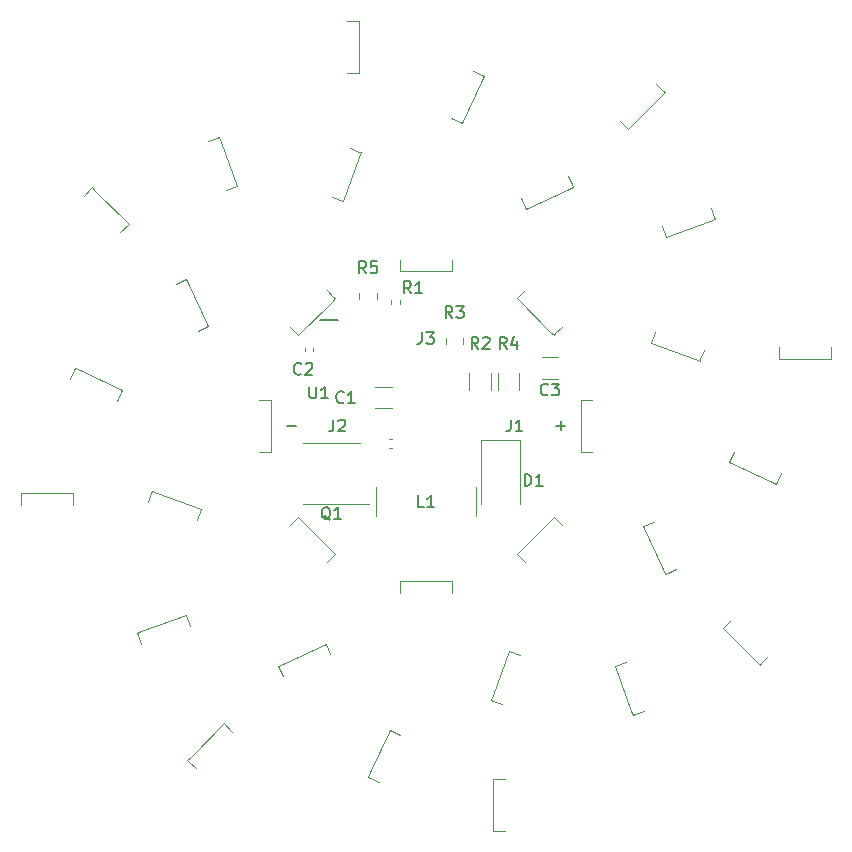
<source format=gbr>
%TF.GenerationSoftware,KiCad,Pcbnew,(6.0.8)*%
%TF.CreationDate,2022-10-21T01:17:33+13:00*%
%TF.ProjectId,Seedling,53656564-6c69-46e6-972e-6b696361645f,rev?*%
%TF.SameCoordinates,Original*%
%TF.FileFunction,Legend,Top*%
%TF.FilePolarity,Positive*%
%FSLAX46Y46*%
G04 Gerber Fmt 4.6, Leading zero omitted, Abs format (unit mm)*
G04 Created by KiCad (PCBNEW (6.0.8)) date 2022-10-21 01:17:33*
%MOMM*%
%LPD*%
G01*
G04 APERTURE LIST*
%ADD10C,0.150000*%
%ADD11C,0.120000*%
%ADD12C,0.200000*%
G04 APERTURE END LIST*
D10*
X-11780952Y28571D02*
X-11019047Y28571D01*
X11019047Y28571D02*
X11780952Y28571D01*
X11400000Y-352380D02*
X11400000Y409523D01*
%TO.C,R3*%
X2233333Y9147619D02*
X1900000Y9623809D01*
X1661904Y9147619D02*
X1661904Y10147619D01*
X2042857Y10147619D01*
X2138095Y10100000D01*
X2185714Y10052380D01*
X2233333Y9957142D01*
X2233333Y9814285D01*
X2185714Y9719047D01*
X2138095Y9671428D01*
X2042857Y9623809D01*
X1661904Y9623809D01*
X2566666Y10147619D02*
X3185714Y10147619D01*
X2852380Y9766666D01*
X2995238Y9766666D01*
X3090476Y9719047D01*
X3138095Y9671428D01*
X3185714Y9576190D01*
X3185714Y9338095D01*
X3138095Y9242857D01*
X3090476Y9195238D01*
X2995238Y9147619D01*
X2709523Y9147619D01*
X2614285Y9195238D01*
X2566666Y9242857D01*
%TO.C,C1*%
X-6966666Y2042857D02*
X-7014285Y1995238D01*
X-7157142Y1947619D01*
X-7252380Y1947619D01*
X-7395238Y1995238D01*
X-7490476Y2090476D01*
X-7538095Y2185714D01*
X-7585714Y2376190D01*
X-7585714Y2519047D01*
X-7538095Y2709523D01*
X-7490476Y2804761D01*
X-7395238Y2900000D01*
X-7252380Y2947619D01*
X-7157142Y2947619D01*
X-7014285Y2900000D01*
X-6966666Y2852380D01*
X-6014285Y1947619D02*
X-6585714Y1947619D01*
X-6300000Y1947619D02*
X-6300000Y2947619D01*
X-6395238Y2804761D01*
X-6490476Y2709523D01*
X-6585714Y2661904D01*
%TO.C,J2*%
X-7833333Y547619D02*
X-7833333Y-166666D01*
X-7880952Y-309523D01*
X-7976190Y-404761D01*
X-8119047Y-452380D01*
X-8214285Y-452380D01*
X-7404761Y452380D02*
X-7357142Y500000D01*
X-7261904Y547619D01*
X-7023809Y547619D01*
X-6928571Y500000D01*
X-6880952Y452380D01*
X-6833333Y357142D01*
X-6833333Y261904D01*
X-6880952Y119047D01*
X-7452380Y-452380D01*
X-6833333Y-452380D01*
%TO.C,L1*%
X-166666Y-6852380D02*
X-642857Y-6852380D01*
X-642857Y-5852380D01*
X690476Y-6852380D02*
X119047Y-6852380D01*
X404761Y-6852380D02*
X404761Y-5852380D01*
X309523Y-5995238D01*
X214285Y-6090476D01*
X119047Y-6138095D01*
%TO.C,R2*%
X4433333Y6547619D02*
X4100000Y7023809D01*
X3861904Y6547619D02*
X3861904Y7547619D01*
X4242857Y7547619D01*
X4338095Y7500000D01*
X4385714Y7452380D01*
X4433333Y7357142D01*
X4433333Y7214285D01*
X4385714Y7119047D01*
X4338095Y7071428D01*
X4242857Y7023809D01*
X3861904Y7023809D01*
X4814285Y7452380D02*
X4861904Y7500000D01*
X4957142Y7547619D01*
X5195238Y7547619D01*
X5290476Y7500000D01*
X5338095Y7452380D01*
X5385714Y7357142D01*
X5385714Y7261904D01*
X5338095Y7119047D01*
X4766666Y6547619D01*
X5385714Y6547619D01*
%TO.C,C2*%
X-10566666Y4442857D02*
X-10614285Y4395238D01*
X-10757142Y4347619D01*
X-10852380Y4347619D01*
X-10995238Y4395238D01*
X-11090476Y4490476D01*
X-11138095Y4585714D01*
X-11185714Y4776190D01*
X-11185714Y4919047D01*
X-11138095Y5109523D01*
X-11090476Y5204761D01*
X-10995238Y5300000D01*
X-10852380Y5347619D01*
X-10757142Y5347619D01*
X-10614285Y5300000D01*
X-10566666Y5252380D01*
X-10185714Y5252380D02*
X-10138095Y5300000D01*
X-10042857Y5347619D01*
X-9804761Y5347619D01*
X-9709523Y5300000D01*
X-9661904Y5252380D01*
X-9614285Y5157142D01*
X-9614285Y5061904D01*
X-9661904Y4919047D01*
X-10233333Y4347619D01*
X-9614285Y4347619D01*
%TO.C,J1*%
X7166666Y547619D02*
X7166666Y-166666D01*
X7119047Y-309523D01*
X7023809Y-404761D01*
X6880952Y-452380D01*
X6785714Y-452380D01*
X8166666Y-452380D02*
X7595238Y-452380D01*
X7880952Y-452380D02*
X7880952Y547619D01*
X7785714Y404761D01*
X7690476Y309523D01*
X7595238Y261904D01*
%TO.C,J3*%
X-333333Y7947619D02*
X-333333Y7233333D01*
X-380952Y7090476D01*
X-476190Y6995238D01*
X-619047Y6947619D01*
X-714285Y6947619D01*
X47619Y7947619D02*
X666666Y7947619D01*
X333333Y7566666D01*
X476190Y7566666D01*
X571428Y7519047D01*
X619047Y7471428D01*
X666666Y7376190D01*
X666666Y7138095D01*
X619047Y7042857D01*
X571428Y6995238D01*
X476190Y6947619D01*
X190476Y6947619D01*
X95238Y6995238D01*
X47619Y7042857D01*
%TO.C,U1*%
X-9861904Y3347619D02*
X-9861904Y2538095D01*
X-9814285Y2442857D01*
X-9766666Y2395238D01*
X-9671428Y2347619D01*
X-9480952Y2347619D01*
X-9385714Y2395238D01*
X-9338095Y2442857D01*
X-9290476Y2538095D01*
X-9290476Y3347619D01*
X-8290476Y2347619D02*
X-8861904Y2347619D01*
X-8576190Y2347619D02*
X-8576190Y3347619D01*
X-8671428Y3204761D01*
X-8766666Y3109523D01*
X-8861904Y3061904D01*
%TO.C,R1*%
X-1266666Y11247619D02*
X-1600000Y11723809D01*
X-1838095Y11247619D02*
X-1838095Y12247619D01*
X-1457142Y12247619D01*
X-1361904Y12200000D01*
X-1314285Y12152380D01*
X-1266666Y12057142D01*
X-1266666Y11914285D01*
X-1314285Y11819047D01*
X-1361904Y11771428D01*
X-1457142Y11723809D01*
X-1838095Y11723809D01*
X-314285Y11247619D02*
X-885714Y11247619D01*
X-600000Y11247619D02*
X-600000Y12247619D01*
X-695238Y12104761D01*
X-790476Y12009523D01*
X-885714Y11961904D01*
%TO.C,R5*%
X-5066666Y12947619D02*
X-5400000Y13423809D01*
X-5638095Y12947619D02*
X-5638095Y13947619D01*
X-5257142Y13947619D01*
X-5161904Y13900000D01*
X-5114285Y13852380D01*
X-5066666Y13757142D01*
X-5066666Y13614285D01*
X-5114285Y13519047D01*
X-5161904Y13471428D01*
X-5257142Y13423809D01*
X-5638095Y13423809D01*
X-4161904Y13947619D02*
X-4638095Y13947619D01*
X-4685714Y13471428D01*
X-4638095Y13519047D01*
X-4542857Y13566666D01*
X-4304761Y13566666D01*
X-4209523Y13519047D01*
X-4161904Y13471428D01*
X-4114285Y13376190D01*
X-4114285Y13138095D01*
X-4161904Y13042857D01*
X-4209523Y12995238D01*
X-4304761Y12947619D01*
X-4542857Y12947619D01*
X-4638095Y12995238D01*
X-4685714Y13042857D01*
%TO.C,C3*%
X10333333Y2692857D02*
X10285714Y2645238D01*
X10142857Y2597619D01*
X10047619Y2597619D01*
X9904761Y2645238D01*
X9809523Y2740476D01*
X9761904Y2835714D01*
X9714285Y3026190D01*
X9714285Y3169047D01*
X9761904Y3359523D01*
X9809523Y3454761D01*
X9904761Y3550000D01*
X10047619Y3597619D01*
X10142857Y3597619D01*
X10285714Y3550000D01*
X10333333Y3502380D01*
X10666666Y3597619D02*
X11285714Y3597619D01*
X10952380Y3216666D01*
X11095238Y3216666D01*
X11190476Y3169047D01*
X11238095Y3121428D01*
X11285714Y3026190D01*
X11285714Y2788095D01*
X11238095Y2692857D01*
X11190476Y2645238D01*
X11095238Y2597619D01*
X10809523Y2597619D01*
X10714285Y2645238D01*
X10666666Y2692857D01*
%TO.C,R4*%
X6833333Y6547619D02*
X6500000Y7023809D01*
X6261904Y6547619D02*
X6261904Y7547619D01*
X6642857Y7547619D01*
X6738095Y7500000D01*
X6785714Y7452380D01*
X6833333Y7357142D01*
X6833333Y7214285D01*
X6785714Y7119047D01*
X6738095Y7071428D01*
X6642857Y7023809D01*
X6261904Y7023809D01*
X7690476Y7214285D02*
X7690476Y6547619D01*
X7452380Y7595238D02*
X7214285Y6880952D01*
X7833333Y6880952D01*
%TO.C,D1*%
X8361904Y-5052380D02*
X8361904Y-4052380D01*
X8600000Y-4052380D01*
X8742857Y-4100000D01*
X8838095Y-4195238D01*
X8885714Y-4290476D01*
X8933333Y-4480952D01*
X8933333Y-4623809D01*
X8885714Y-4814285D01*
X8838095Y-4909523D01*
X8742857Y-5004761D01*
X8600000Y-5052380D01*
X8361904Y-5052380D01*
X9885714Y-5052380D02*
X9314285Y-5052380D01*
X9600000Y-5052380D02*
X9600000Y-4052380D01*
X9504761Y-4195238D01*
X9409523Y-4290476D01*
X9314285Y-4338095D01*
%TO.C,Q1*%
X-8095238Y-7947619D02*
X-8190476Y-7900000D01*
X-8285714Y-7804761D01*
X-8428571Y-7661904D01*
X-8523809Y-7614285D01*
X-8619047Y-7614285D01*
X-8571428Y-7852380D02*
X-8666666Y-7804761D01*
X-8761904Y-7709523D01*
X-8809523Y-7519047D01*
X-8809523Y-7185714D01*
X-8761904Y-6995238D01*
X-8666666Y-6900000D01*
X-8571428Y-6852380D01*
X-8380952Y-6852380D01*
X-8285714Y-6900000D01*
X-8190476Y-6995238D01*
X-8142857Y-7185714D01*
X-8142857Y-7519047D01*
X-8190476Y-7709523D01*
X-8285714Y-7804761D01*
X-8380952Y-7852380D01*
X-8571428Y-7852380D01*
X-7190476Y-7852380D02*
X-7761904Y-7852380D01*
X-7476190Y-7852380D02*
X-7476190Y-6852380D01*
X-7571428Y-6995238D01*
X-7666666Y-7090476D01*
X-7761904Y-7138095D01*
D11*
%TO.C,R3*%
X1665000Y6972936D02*
X1665000Y7427064D01*
X3135000Y6972936D02*
X3135000Y7427064D01*
%TO.C,C1*%
X-2888748Y1490000D02*
X-4311252Y1490000D01*
X-2888748Y3310000D02*
X-4311252Y3310000D01*
%TO.C,D3*%
X5505606Y-23166754D02*
X5693544Y-23235159D01*
X5642414Y-22790877D02*
X5505606Y-23166754D01*
X5642414Y-22790877D02*
X7010494Y-19032107D01*
X7010494Y-19032107D02*
X7950187Y-19374127D01*
X5693544Y-23235159D02*
X6445298Y-23508775D01*
%TO.C,D22*%
X-10818733Y7707463D02*
X-11525840Y8414570D01*
X-7707463Y10818733D02*
X-7848885Y10960154D01*
X-7848885Y10960154D02*
X-8414570Y11525840D01*
X-7990306Y10535890D02*
X-10818733Y7707463D01*
X-7990306Y10535890D02*
X-7707463Y10818733D01*
%TO.C,D8*%
X29319646Y-4749543D02*
X25694415Y-3059070D01*
X29682169Y-4918590D02*
X29766693Y-4737328D01*
X29766693Y-4737328D02*
X30104788Y-4012282D01*
X29319646Y-4749543D02*
X29682169Y-4918590D01*
X25694415Y-3059070D02*
X26117033Y-2152762D01*
%TO.C,D17*%
X-5699927Y33882478D02*
X-5699927Y29882478D01*
X-5899927Y34282478D02*
X-6699927Y34282478D01*
X-5699927Y34282478D02*
X-5899927Y34282478D01*
X-5699927Y29882478D02*
X-6699927Y29882478D01*
X-5699927Y33882478D02*
X-5699927Y34282478D01*
%TO.C,D16*%
X4737328Y29766693D02*
X4012282Y30104788D01*
X4749543Y29319646D02*
X4918590Y29682169D01*
X4918590Y29682169D02*
X4737328Y29766693D01*
X3059070Y25694415D02*
X2152762Y26117033D01*
X4749543Y29319646D02*
X3059070Y25694415D01*
%TO.C,D13*%
X20210916Y28271830D02*
X20069494Y28413251D01*
X19928073Y27988987D02*
X20210916Y28271830D01*
X19928073Y27988987D02*
X17099646Y25160560D01*
X20069494Y28413251D02*
X19503809Y28978937D01*
X17099646Y25160560D02*
X16392539Y25867667D01*
%TO.C,L1*%
X-4200000Y-5150000D02*
X-4200000Y-7650000D01*
X4200000Y-7650000D02*
X4200000Y-5150000D01*
%TO.C,D4*%
X17510494Y-24466431D02*
X17698433Y-24398027D01*
X17698433Y-24398027D02*
X18450187Y-24124411D01*
X16005606Y-20331784D02*
X16945298Y-19989763D01*
X17373686Y-24090554D02*
X17510494Y-24466431D01*
X17373686Y-24090554D02*
X16005606Y-20331784D01*
%TO.C,D19*%
X-7010494Y19032107D02*
X-7950187Y19374127D01*
X-5693544Y23235159D02*
X-6445298Y23508775D01*
X-5642414Y22790877D02*
X-7010494Y19032107D01*
X-5505606Y23166754D02*
X-5693544Y23235159D01*
X-5642414Y22790877D02*
X-5505606Y23166754D01*
%TO.C,D15*%
X8500564Y18414901D02*
X8077945Y19321209D01*
X12125795Y20105374D02*
X8500564Y18414901D01*
X12488318Y20274421D02*
X12403794Y20455683D01*
X12125795Y20105374D02*
X12488318Y20274421D01*
X12403794Y20455683D02*
X12065700Y21180729D01*
%TO.C,R2*%
X5510000Y3072936D02*
X5510000Y4527064D01*
X3690000Y3072936D02*
X3690000Y4527064D01*
%TO.C,D26*%
X-13100000Y2200000D02*
X-13300000Y2200000D01*
X-13100000Y1800000D02*
X-13100000Y2200000D01*
X-13100000Y1800000D02*
X-13100000Y-2200000D01*
X-13100000Y-2200000D02*
X-14100000Y-2200000D01*
X-13300000Y2200000D02*
X-14100000Y2200000D01*
%TO.C,D33*%
X5699927Y-29882478D02*
X6699927Y-29882478D01*
X5899927Y-34282478D02*
X6699927Y-34282478D01*
X5699927Y-33882478D02*
X5699927Y-34282478D01*
X5699927Y-34282478D02*
X5899927Y-34282478D01*
X5699927Y-33882478D02*
X5699927Y-29882478D01*
%TO.C,D23*%
X-20105374Y12125795D02*
X-18414901Y8500564D01*
X-20105374Y12125795D02*
X-20274421Y12488318D01*
X-18414901Y8500564D02*
X-19321209Y8077945D01*
X-20455683Y12403794D02*
X-21180729Y12065700D01*
X-20274421Y12488318D02*
X-20455683Y12403794D01*
%TO.C,C2*%
X-9540000Y6607836D02*
X-9540000Y6392164D01*
X-10260000Y6607836D02*
X-10260000Y6392164D01*
%TO.C,D20*%
X-16005606Y20331784D02*
X-16945298Y19989763D01*
X-17698433Y24398027D02*
X-18450187Y24124411D01*
X-17373686Y24090554D02*
X-16005606Y20331784D01*
X-17510494Y24466431D02*
X-17698433Y24398027D01*
X-17373686Y24090554D02*
X-17510494Y24466431D01*
%TO.C,R6*%
X-3153641Y-1120000D02*
X-2846359Y-1120000D01*
X-3153641Y-1880000D02*
X-2846359Y-1880000D01*
%TO.C,D9*%
X29882478Y5699927D02*
X29882478Y6699927D01*
X34282478Y5899927D02*
X34282478Y6699927D01*
X34282478Y5699927D02*
X34282478Y5899927D01*
X33882478Y5699927D02*
X29882478Y5699927D01*
X33882478Y5699927D02*
X34282478Y5699927D01*
%TO.C,D27*%
X-22790877Y-5642414D02*
X-19032107Y-7010494D01*
X-23235159Y-5693544D02*
X-23508775Y-6445298D01*
X-22790877Y-5642414D02*
X-23166754Y-5505606D01*
X-19032107Y-7010494D02*
X-19374127Y-7950187D01*
X-23166754Y-5505606D02*
X-23235159Y-5693544D01*
%TO.C,D21*%
X-27988987Y19928073D02*
X-25160560Y17099646D01*
X-28271830Y20210916D02*
X-28413251Y20069494D01*
X-25160560Y17099646D02*
X-25867667Y16392539D01*
X-27988987Y19928073D02*
X-28271830Y20210916D01*
X-28413251Y20069494D02*
X-28978937Y19503809D01*
%TO.C,D7*%
X20455683Y-12403794D02*
X21180729Y-12065700D01*
X18414901Y-8500564D02*
X19321209Y-8077945D01*
X20274421Y-12488318D02*
X20455683Y-12403794D01*
X20105374Y-12125795D02*
X20274421Y-12488318D01*
X20105374Y-12125795D02*
X18414901Y-8500564D01*
%TO.C,D12*%
X24398027Y17698433D02*
X24124411Y18450187D01*
X20331784Y16005606D02*
X19989763Y16945298D01*
X24466431Y17510494D02*
X24398027Y17698433D01*
X24090554Y17373686D02*
X24466431Y17510494D01*
X24090554Y17373686D02*
X20331784Y16005606D01*
%TO.C,D28*%
X-24090554Y-17373686D02*
X-24466431Y-17510494D01*
X-24398027Y-17698433D02*
X-24124411Y-18450187D01*
X-20331784Y-16005606D02*
X-19989763Y-16945298D01*
X-24466431Y-17510494D02*
X-24398027Y-17698433D01*
X-24090554Y-17373686D02*
X-20331784Y-16005606D01*
D12*
%TO.C,U1*%
X-8975000Y8980000D02*
X-7450000Y8980000D01*
D11*
%TO.C,D31*%
X-12488318Y-20274421D02*
X-12403794Y-20455683D01*
X-8500564Y-18414901D02*
X-8077945Y-19321209D01*
X-12403794Y-20455683D02*
X-12065700Y-21180729D01*
X-12125795Y-20105374D02*
X-12488318Y-20274421D01*
X-12125795Y-20105374D02*
X-8500564Y-18414901D01*
%TO.C,D25*%
X-34282478Y-5699927D02*
X-34282478Y-5899927D01*
X-33882478Y-5699927D02*
X-34282478Y-5699927D01*
X-29882478Y-5699927D02*
X-29882478Y-6699927D01*
X-34282478Y-5899927D02*
X-34282478Y-6699927D01*
X-33882478Y-5699927D02*
X-29882478Y-5699927D01*
%TO.C,D10*%
X13100000Y-2200000D02*
X13300000Y-2200000D01*
X13100000Y-1800000D02*
X13100000Y-2200000D01*
X13100000Y-1800000D02*
X13100000Y2200000D01*
X13300000Y-2200000D02*
X14100000Y-2200000D01*
X13100000Y2200000D02*
X14100000Y2200000D01*
%TO.C,D30*%
X-10818733Y-7707463D02*
X-10960154Y-7848885D01*
X-7707463Y-10818733D02*
X-8414570Y-11525840D01*
X-10535890Y-7990306D02*
X-7707463Y-10818733D01*
X-10535890Y-7990306D02*
X-10818733Y-7707463D01*
X-10960154Y-7848885D02*
X-11525840Y-8414570D01*
%TO.C,D18*%
X2200000Y13300000D02*
X2200000Y14100000D01*
X1800000Y13100000D02*
X2200000Y13100000D01*
X-2200000Y13100000D02*
X-2200000Y14100000D01*
X2200000Y13100000D02*
X2200000Y13300000D01*
X1800000Y13100000D02*
X-2200000Y13100000D01*
%TO.C,D32*%
X-4737328Y-29766693D02*
X-4012282Y-30104788D01*
X-3059070Y-25694415D02*
X-2152762Y-26117033D01*
X-4749543Y-29319646D02*
X-3059070Y-25694415D01*
X-4918590Y-29682169D02*
X-4737328Y-29766693D01*
X-4749543Y-29319646D02*
X-4918590Y-29682169D01*
%TO.C,D29*%
X-19928073Y-27988987D02*
X-20210916Y-28271830D01*
X-20210916Y-28271830D02*
X-20069494Y-28413251D01*
X-19928073Y-27988987D02*
X-17099646Y-25160560D01*
X-17099646Y-25160560D02*
X-16392539Y-25867667D01*
X-20069494Y-28413251D02*
X-19503809Y-28978937D01*
%TO.C,D5*%
X25160560Y-17099646D02*
X25867667Y-16392539D01*
X27988987Y-19928073D02*
X25160560Y-17099646D01*
X27988987Y-19928073D02*
X28271830Y-20210916D01*
X28271830Y-20210916D02*
X28413251Y-20069494D01*
X28413251Y-20069494D02*
X28978937Y-19503809D01*
%TO.C,D24*%
X-29319646Y4749543D02*
X-25694415Y3059070D01*
X-29766693Y4737328D02*
X-30104788Y4012282D01*
X-29319646Y4749543D02*
X-29682169Y4918590D01*
X-29682169Y4918590D02*
X-29766693Y4737328D01*
X-25694415Y3059070D02*
X-26117033Y2152762D01*
%TO.C,D11*%
X23166754Y5505606D02*
X23235159Y5693544D01*
X23235159Y5693544D02*
X23508775Y6445298D01*
X22790877Y5642414D02*
X23166754Y5505606D01*
X19032107Y7010494D02*
X19374127Y7950187D01*
X22790877Y5642414D02*
X19032107Y7010494D01*
%TO.C,R1*%
X-2980000Y10653641D02*
X-2980000Y10346359D01*
X-2220000Y10653641D02*
X-2220000Y10346359D01*
%TO.C,R5*%
X-4165000Y11227064D02*
X-4165000Y10772936D01*
X-5635000Y11227064D02*
X-5635000Y10772936D01*
%TO.C,C3*%
X11211252Y3990000D02*
X9788748Y3990000D01*
X11211252Y5810000D02*
X9788748Y5810000D01*
%TO.C,R4*%
X7910000Y3072937D02*
X7910000Y4527065D01*
X6090000Y3072937D02*
X6090000Y4527065D01*
%TO.C,D1*%
X7950000Y-1200000D02*
X7950000Y-6600000D01*
X7950000Y-1200000D02*
X4650000Y-1200000D01*
X4650000Y-1200000D02*
X4650000Y-6600000D01*
%TO.C,D14*%
X10535890Y7990306D02*
X7707463Y10818733D01*
X10960154Y7848885D02*
X11525840Y8414570D01*
X7707463Y10818733D02*
X8414570Y11525840D01*
X10818733Y7707463D02*
X10960154Y7848885D01*
X10535890Y7990306D02*
X10818733Y7707463D01*
%TO.C,Q1*%
X-10400000Y-6600000D02*
X-4800000Y-6600000D01*
X-10400000Y-1400000D02*
X-5600000Y-1400000D01*
%TO.C,D6*%
X7707463Y-10818733D02*
X7848885Y-10960154D01*
X7848885Y-10960154D02*
X8414570Y-11525840D01*
X7990306Y-10535890D02*
X7707463Y-10818733D01*
X10818733Y-7707463D02*
X11525840Y-8414570D01*
X7990306Y-10535890D02*
X10818733Y-7707463D01*
%TO.C,D2*%
X-1800000Y-13100000D02*
X-2200000Y-13100000D01*
X-1800000Y-13100000D02*
X2200000Y-13100000D01*
X-2200000Y-13300000D02*
X-2200000Y-14100000D01*
X2200000Y-13100000D02*
X2200000Y-14100000D01*
X-2200000Y-13100000D02*
X-2200000Y-13300000D01*
%TD*%
M02*

</source>
